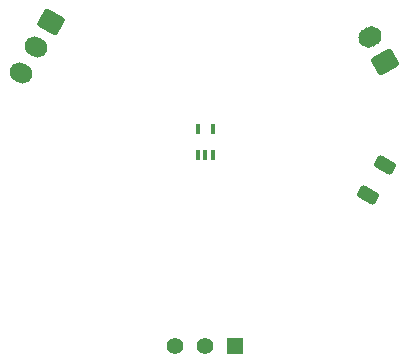
<source format=gbr>
%TF.GenerationSoftware,KiCad,Pcbnew,8.0.2-1*%
%TF.CreationDate,2024-07-15T16:51:55-04:00*%
%TF.ProjectId,Untitled,556e7469-746c-4656-942e-6b696361645f,rev?*%
%TF.SameCoordinates,Original*%
%TF.FileFunction,Soldermask,Bot*%
%TF.FilePolarity,Negative*%
%FSLAX46Y46*%
G04 Gerber Fmt 4.6, Leading zero omitted, Abs format (unit mm)*
G04 Created by KiCad (PCBNEW 8.0.2-1) date 2024-07-15 16:51:55*
%MOMM*%
%LPD*%
G01*
G04 APERTURE LIST*
G04 Aperture macros list*
%AMRoundRect*
0 Rectangle with rounded corners*
0 $1 Rounding radius*
0 $2 $3 $4 $5 $6 $7 $8 $9 X,Y pos of 4 corners*
0 Add a 4 corners polygon primitive as box body*
4,1,4,$2,$3,$4,$5,$6,$7,$8,$9,$2,$3,0*
0 Add four circle primitives for the rounded corners*
1,1,$1+$1,$2,$3*
1,1,$1+$1,$4,$5*
1,1,$1+$1,$6,$7*
1,1,$1+$1,$8,$9*
0 Add four rect primitives between the rounded corners*
20,1,$1+$1,$2,$3,$4,$5,0*
20,1,$1+$1,$4,$5,$6,$7,0*
20,1,$1+$1,$6,$7,$8,$9,0*
20,1,$1+$1,$8,$9,$2,$3,0*%
%AMHorizOval*
0 Thick line with rounded ends*
0 $1 width*
0 $2 $3 position (X,Y) of the first rounded end (center of the circle)*
0 $4 $5 position (X,Y) of the second rounded end (center of the circle)*
0 Add line between two ends*
20,1,$1,$2,$3,$4,$5,0*
0 Add two circle primitives to create the rounded ends*
1,1,$1,$2,$3*
1,1,$1,$4,$5*%
G04 Aperture macros list end*
%ADD10RoundRect,0.087500X0.087500X0.337500X-0.087500X0.337500X-0.087500X-0.337500X0.087500X-0.337500X0*%
%ADD11RoundRect,0.250000X-0.327868X0.882115X-0.927868X-0.157115X0.327868X-0.882115X0.927868X0.157115X0*%
%ADD12HorizOval,1.700000X-0.108253X0.062500X0.108253X-0.062500X0*%
%ADD13R,1.397000X1.397000*%
%ADD14C,1.397000*%
%ADD15RoundRect,0.250000X-0.385016X0.583133X-0.697516X0.041867X0.385016X-0.583133X0.697516X-0.041867X0*%
%ADD16RoundRect,0.250000X0.949519X-0.144615X0.349519X0.894615X-0.949519X0.144615X-0.349519X-0.894615X0*%
%ADD17HorizOval,1.700000X0.129904X0.075000X-0.129904X-0.075000X0*%
G04 APERTURE END LIST*
D10*
%TO.C,REF\u002A\u002A*%
X104350000Y-59100000D03*
X103700000Y-59100000D03*
X103050000Y-59100000D03*
X103050000Y-56900000D03*
X104350000Y-56900000D03*
%TD*%
D11*
%TO.C,REF\u002A\u002A*%
X90600000Y-47800000D03*
D12*
X89350000Y-49965064D03*
X88100000Y-52130127D03*
%TD*%
D13*
%TO.C,REF\u002A\u002A*%
X106187500Y-75250100D03*
D14*
X103647500Y-75250100D03*
X101107500Y-75250100D03*
%TD*%
D15*
%TO.C,REF\u002A\u002A*%
X118931250Y-59933438D03*
X117468750Y-62466562D03*
%TD*%
D16*
%TO.C,REF\u002A\u002A*%
X118879664Y-51220032D03*
D17*
X117629664Y-49054968D03*
%TD*%
M02*

</source>
